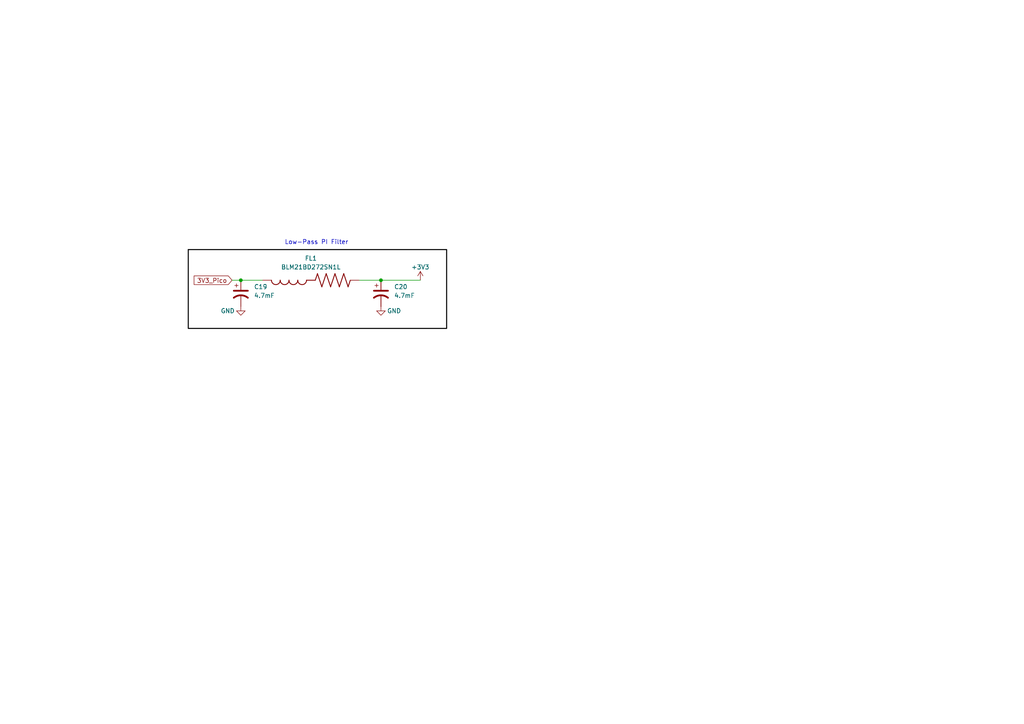
<source format=kicad_sch>
(kicad_sch (version 20230121) (generator eeschema)
  (paper "A4")
  (lib_symbols
    (symbol "BLM21BD272SN1L:BLM21BD272SN1L" (pin_numbers hide) (pin_names (offset 1.016) hide)
      (property "Reference" "FL" (at -12.7 5.08 0))
      (property "Value" "BLM21BD272SN1L" (at -12.7 -5.08 0))
      (symbol "BLM21BD272SN1L_0_0"
        (arc (start -12.7 0) (mid -11.43 -1.2645) (end -10.16 0) (stroke (width 0.254)))
        (arc (start -10.16 0) (mid -8.89 -1.2645) (end -7.62 0) (stroke (width 0.254)))
        (arc (start -7.62 0) (mid -6.35 -1.2645) (end -5.08 0) (stroke (width 0.254)))
        (arc (start -5.08 0) (mid -3.81 -1.2645) (end -2.54 0) (stroke (width 0.254)))
        (polyline (pts (xy 0 0) (xy -2.54 0)) (stroke (width 0.254)))
        (polyline (pts (xy 0 0) (xy 0.635 1.905)) (stroke (width 0.254)))
        (polyline (pts (xy 0.635 1.905) (xy 1.905 -1.905)) (stroke (width 0.254)))
        (polyline (pts (xy 1.905 -1.905) (xy 3.175 1.905)) (stroke (width 0.254)))
        (polyline (pts (xy 3.175 1.905) (xy 4.445 -1.905)) (stroke (width 0.254)))
        (polyline (pts (xy 4.445 -1.905) (xy 5.715 1.905)) (stroke (width 0.254)))
        (polyline (pts (xy 5.715 1.905) (xy 6.985 -1.905)) (stroke (width 0.254)))
        (polyline (pts (xy 6.985 -1.905) (xy 8.255 1.905)) (stroke (width 0.254)))
        (polyline (pts (xy 8.255 1.905) (xy 9.525 -1.905)) (stroke (width 0.254)))
        (polyline (pts (xy 9.525 -1.905) (xy 10.16 0)) (stroke (width 0.254)))
        (pin passive line (at -15.24 0 0) (length 2.54) (name "~") (number "1"))
        (pin passive line (at 12.7 0 180) (length 2.54) (name "~") (number "2"))
      )
    )
    (symbol "Device:C_Polarized_US" (pin_numbers hide) (pin_names (offset 0.254) hide)
      (property "Reference" "C" (at 0.635 2.54 0))
      (property "Value" "C_Polarized_US" (at 0.635 -2.54 0))
      (symbol "C_Polarized_US_0_1"
        (polyline (pts (xy -2.032 0.762) (xy 2.032 0.762)) (stroke (width 0.508)))
        (polyline (pts (xy -1.778 2.286) (xy -0.762 2.286)))
        (polyline (pts (xy -1.27 1.778) (xy -1.27 2.794)))
        (arc (start 2.032 -1.27) (mid 0 -0.5572) (end -2.032 -1.27) (stroke (width 0.508)))
      )
      (symbol "C_Polarized_US_1_1"
        (pin passive line (at 0 3.81 270) (length 2.794) (name "~") (number "1"))
        (pin passive line (at 0 -3.81 90) (length 3.302) (name "~") (number "2"))
      )
    )
    (symbol "power:+3V3" (power) (pin_names (offset 0))
      (property "Value" "+3V3" (at 0 3.556 0))
      (symbol "+3V3_0_1"
        (polyline (pts (xy -0.762 1.27) (xy 0 2.54)))
        (polyline (pts (xy 0 0) (xy 0 2.54)))
        (polyline (pts (xy 0 2.54) (xy 0.762 1.27)))
      )
      (symbol "+3V3_1_1"
        (pin power_in line (at 0 0 90) (length 0) hide (name "+3V3") (number "1"))
      )
    )
    (symbol "power:GND" (power) (pin_names (offset 0))
      (property "Value" "GND" (at 0 -3.81 0))
      (symbol "GND_0_1"
        (polyline (pts (xy 0 0) (xy 0 -1.27) (xy 1.27 -1.27) (xy 0 -2.54) (xy -1.27 -1.27) (xy 0 -1.27)))
      )
      (symbol "GND_1_1"
        (pin power_in line (at 0 0 270) (length 0) hide (name "GND") (number "1"))
      )
    )
  )
  (junction (at 110.49 81.28))
  (junction (at 69.85 81.28))
  (wire (pts (xy 69.85 81.28) (xy 76.2 81.28)))
  (wire (pts (xy 104.14 81.28) (xy 110.49 81.28)))
  (wire (pts (xy 67.31 81.28) (xy 69.85 81.28)))
  (wire (pts (xy 110.49 81.28) (xy 121.92 81.28)))
  (rectangle (start 54.61 72.39) (end 129.54 95.25) (stroke (width 0.3) (color 0 0 0 1)))
  (text "Low-Pass PI Filter" (at 82.55 71.12 0) (effects (font (size 1.27 1.27)) (justify left bottom)))
  (global_label "3V3_Pico" (shape input) (at 67.31 81.28 180) (property "Intersheetrefs" "${INTERSHEET_REFS}" (effects hide)))
  (symbol (lib_id "power:GND") (at 69.85 88.9 0) (unit 1)
    (property "Reference" "#PWR03" (effects hide))
    (property "Value" "GND" (at 66.04 90.17 0))
    (instances (project "interface_board" (path "" (reference "#PWR03") (unit 1))) (project "PCB_final" (path "" (reference "#PWR01") (unit 1)) (path "" (reference "#PWR027") (unit 1)) (path "" (reference "#PWR027") (unit 1))))
  )
  (symbol (lib_id "BLM21BD272SN1L:BLM21BD272SN1L") (at 91.44 81.28 0) (unit 1)
    (property "Reference" "FL1" (at 90.17 74.93 0))
    (property "Value" "BLM21BD272SN1L" (at 90.17 77.47 0))
    (property "Footprint" "BEADC2012X145N" (effects hide))
  )
  (symbol (lib_id "Device:C_Polarized_US") (at 110.49 85.09 0) (unit 1)
    (property "Reference" "C20" (at 114.3 83.185 0) (effects (justify left)))
    (property "Value" "4.7mF" (at 114.3 85.725 0) (effects (justify left)))
    (property "Footprint" "Capacitor_THT:CP_Radial_D13.0mm_P5.00mm" (effects hide))
    (property "Datasheet" "https://connect.kemet.com:7667/gateway/IntelliData-ComponentDocumentation/1.0/download/datasheet/ESK478M6R3AL3AA" (effects hide))
  )
  (symbol (lib_id "power:GND") (at 110.49 88.9 0) (mirror y) (unit 1)
    (property "Reference" "#PWR03" (effects hide))
    (property "Value" "GND" (at 114.3 90.17 0))
    (instances (project "interface_board" (path "" (reference "#PWR03") (unit 1))) (project "PCB_final" (path "" (reference "#PWR01") (unit 1)) (path "" (reference "#PWR027") (unit 1)) (path "" (reference "#PWR037") (unit 1))))
  )
  (symbol (lib_id "power:+3V3") (at 121.92 81.28 0) (unit 1)
    (property "Reference" "#PWR06" (effects hide))
    (property "Value" "+3V3" (at 121.92 77.47 0))
    (instances (project "interface_board" (path "" (reference "#PWR06") (unit 1))) (project "PCB_final" (path "" (reference "#PWR02") (unit 1)) (path "" (reference "#PWR038") (unit 1)) (path "" (reference "#PWR061") (unit 1))))
  )
  (symbol (lib_id "Device:C_Polarized_US") (at 69.85 85.09 0) (unit 1)
    (property "Reference" "C19" (at 73.66 83.185 0) (effects (justify left)))
    (property "Value" "4.7mF" (at 73.66 85.725 0) (effects (justify left)))
    (property "Footprint" "Capacitor_THT:CP_Radial_D13.0mm_P5.00mm" (effects hide))
    (property "Datasheet" "https://connect.kemet.com:7667/gateway/IntelliData-ComponentDocumentation/1.0/download/datasheet/ESK478M6R3AL3AA" (effects hide))
  )
)
</source>
